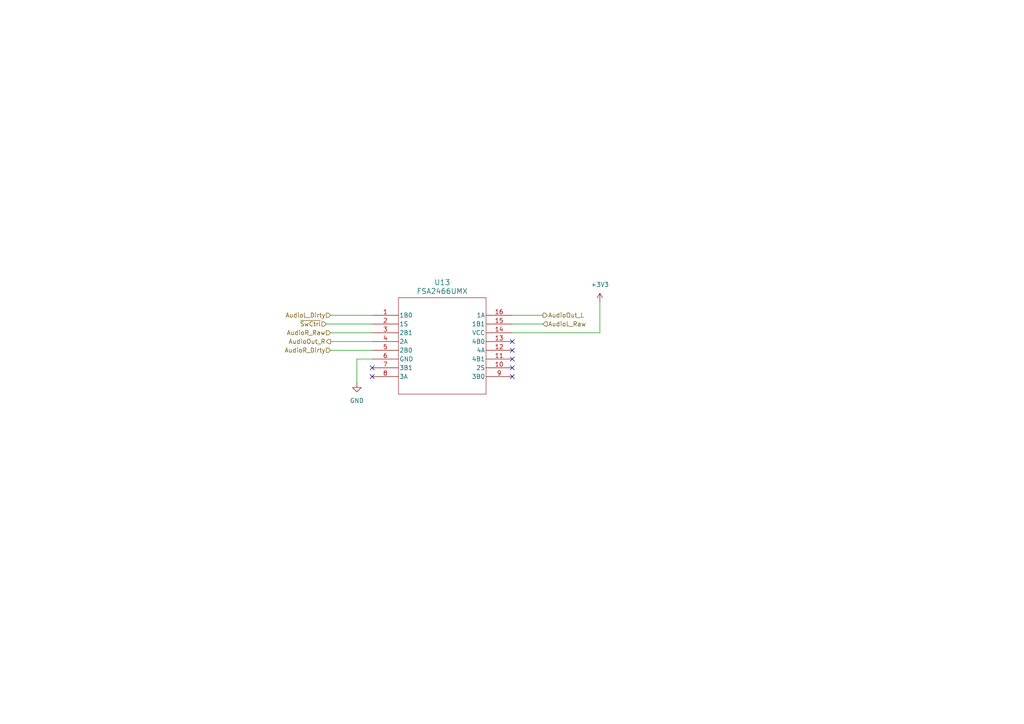
<source format=kicad_sch>
(kicad_sch (version 20230121) (generator eeschema)
  (paper "A4")
  (lib_symbols
    (symbol "TeenieWeenie:FSA2466UMX" (pin_names (offset 0.254))
      (property "Reference" "U" (at 20.32 10.16 0))
      (property "Value" "FSA2466UMX" (at 20.32 7.62 0))
      (symbol "FSA2466UMX_0_1"
        (polyline (pts (xy 7.62 -22.86) (xy 33.02 -22.86)) (stroke (width 0.127)))
        (polyline (pts (xy 7.62 5.08) (xy 7.62 -22.86)) (stroke (width 0.127)))
        (polyline (pts (xy 33.02 -22.86) (xy 33.02 5.08)) (stroke (width 0.127)))
        (polyline (pts (xy 33.02 5.08) (xy 7.62 5.08)) (stroke (width 0.127)))
        (pin bidirectional line (at 0 0 0) (length 7.62) (name "1B0") (number "1"))
        (pin bidirectional line (at 40.64 -15.24 180) (length 7.62) (name "2S") (number "10"))
        (pin bidirectional line (at 40.64 -12.7 180) (length 7.62) (name "4B1") (number "11"))
        (pin bidirectional line (at 40.64 -10.16 180) (length 7.62) (name "4A") (number "12"))
        (pin bidirectional line (at 40.64 -7.62 180) (length 7.62) (name "4B0") (number "13"))
        (pin power_in line (at 40.64 -5.08 180) (length 7.62) (name "VCC") (number "14"))
        (pin bidirectional line (at 40.64 -2.54 180) (length 7.62) (name "1B1") (number "15"))
        (pin bidirectional line (at 40.64 0 180) (length 7.62) (name "1A") (number "16"))
        (pin bidirectional line (at 0 -2.54 0) (length 7.62) (name "1S") (number "2"))
        (pin bidirectional line (at 0 -5.08 0) (length 7.62) (name "2B1") (number "3"))
        (pin bidirectional line (at 0 -7.62 0) (length 7.62) (name "2A") (number "4"))
        (pin bidirectional line (at 0 -10.16 0) (length 7.62) (name "2B0") (number "5"))
        (pin power_out line (at 0 -12.7 0) (length 7.62) (name "GND") (number "6"))
        (pin bidirectional line (at 0 -15.24 0) (length 7.62) (name "3B1") (number "7"))
        (pin bidirectional line (at 0 -17.78 0) (length 7.62) (name "3A") (number "8"))
        (pin bidirectional line (at 40.64 -17.78 180) (length 7.62) (name "3B0") (number "9"))
      )
    )
    (symbol "power:+3V3" (power) (pin_names (offset 0))
      (property "Value" "+3V3" (at 0 3.556 0))
      (symbol "+3V3_0_1"
        (polyline (pts (xy -0.762 1.27) (xy 0 2.54)))
        (polyline (pts (xy 0 0) (xy 0 2.54)))
        (polyline (pts (xy 0 2.54) (xy 0.762 1.27)))
      )
      (symbol "+3V3_1_1"
        (pin power_in line (at 0 0 90) (length 0) hide (name "+3V3") (number "1"))
      )
    )
    (symbol "power:GND" (power) (pin_names (offset 0))
      (property "Value" "GND" (at 0 -3.81 0))
      (symbol "GND_0_1"
        (polyline (pts (xy 0 0) (xy 0 -1.27) (xy 1.27 -1.27) (xy 0 -2.54) (xy -1.27 -1.27) (xy 0 -1.27)))
      )
      (symbol "GND_1_1"
        (pin power_in line (at 0 0 270) (length 0) hide (name "GND") (number "1"))
      )
    )
  )
  (no_connect (at 148.59 109.22))
  (no_connect (at 148.59 99.06))
  (no_connect (at 148.59 106.68))
  (no_connect (at 107.95 109.22))
  (no_connect (at 107.95 106.68))
  (no_connect (at 148.59 101.6))
  (no_connect (at 148.59 104.14))
  (wire (pts (xy 173.99 96.52) (xy 173.99 87.63)))
  (wire (pts (xy 95.885 96.52) (xy 107.95 96.52)))
  (wire (pts (xy 107.95 104.14) (xy 103.505 104.14)))
  (wire (pts (xy 148.59 93.98) (xy 157.48 93.98)))
  (wire (pts (xy 103.505 104.14) (xy 103.505 111.125)))
  (wire (pts (xy 95.885 91.44) (xy 107.95 91.44)))
  (wire (pts (xy 94.615 93.98) (xy 107.95 93.98)))
  (wire (pts (xy 95.885 99.06) (xy 107.95 99.06)))
  (wire (pts (xy 148.59 91.44) (xy 157.48 91.44)))
  (wire (pts (xy 148.59 96.52) (xy 173.99 96.52)))
  (wire (pts (xy 95.885 101.6) (xy 107.95 101.6)))
  (hierarchical_label "AudioR_Dirty" (shape input) (at 95.885 101.6 180))
  (hierarchical_label "AudioL_Raw" (shape input) (at 157.48 93.98 0))
  (hierarchical_label "AudioR_Raw" (shape input) (at 95.885 96.52 180))
  (hierarchical_label "~{SwCtrl}" (shape input) (at 94.615 93.98 180))
  (hierarchical_label "AudioOut_L" (shape output) (at 157.48 91.44 0))
  (hierarchical_label "AudioL_Dirty" (shape input) (at 95.885 91.44 180))
  (hierarchical_label "AudioOut_R" (shape output) (at 95.885 99.06 180))
  (symbol (lib_id "power:+3V3") (at 173.99 87.63 0) (unit 1)
    (property "Reference" "#PWR0104" (effects hide))
    (property "Value" "+3V3" (at 173.99 82.55 0))
    (instances (project "TeenieWeenie" (path "" (reference "#PWR0104") (unit 1)) (path "" (reference "#PWR0106") (unit 1))))
  )
  (symbol (lib_id "TeenieWeenie:FSA2466UMX") (at 107.95 91.44 0) (unit 1)
    (property "Reference" "U13" (at 128.27 81.915 0) (effects (font (size 1.524 1.524))))
    (property "Value" "FSA2466UMX" (at 128.27 84.455 0) (effects (font (size 1.524 1.524))))
    (property "Footprint" "TeenieWeenieLibrary:UMLP16_1P8X2P6_ONS" (effects hide))
    (property "Datasheet" "FSA2466UMX" (effects hide))
  )
  (symbol (lib_id "power:GND") (at 103.505 111.125 0) (unit 1)
    (property "Reference" "#PWR058" (effects hide))
    (property "Value" "GND" (at 103.505 116.205 0))
    (instances (project "TeenieWeenie" (path "" (reference "#PWR058") (unit 1)) (path "" (reference "#PWR034") (unit 1)) (path "" (reference "#PWR0102") (unit 1)) (path "" (reference "#PWR0105") (unit 1))))
  )
)
</source>
